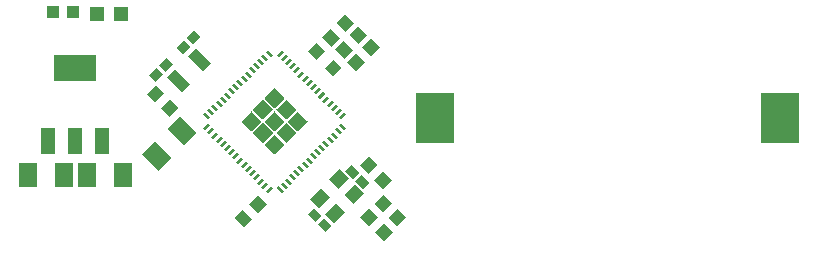
<source format=gtp>
G04 EAGLE Gerber RS-274X export*
G75*
%MOMM*%
%FSLAX34Y34*%
%LPD*%
%INTop Paste*%
%IPPOS*%
%AMOC8*
5,1,8,0,0,1.08239X$1,22.5*%
G01*
%ADD10R,0.240000X0.600000*%
%ADD11R,1.500000X2.000000*%
%ADD12R,1.050000X1.080000*%
%ADD13R,0.925000X0.740000*%
%ADD14R,1.000000X1.100000*%
%ADD15R,1.200000X1.200000*%
%ADD16R,1.000000X1.800000*%
%ADD17R,1.300000X1.100000*%
%ADD18R,1.219200X2.235200*%
%ADD19R,3.600000X2.200000*%
%ADD20R,3.302000X4.318000*%
%ADD21R,1.000000X1.000000*%

G36*
X676819Y523700D02*
X676819Y523700D01*
X676832Y523697D01*
X676925Y523706D01*
X676936Y523712D01*
X676949Y523711D01*
X677039Y523738D01*
X677048Y523746D01*
X677061Y523747D01*
X677144Y523791D01*
X677151Y523801D01*
X677164Y523805D01*
X677236Y523864D01*
X677239Y523870D01*
X677246Y523872D01*
X684987Y531614D01*
X684989Y531620D01*
X684995Y531623D01*
X685055Y531695D01*
X685058Y531707D01*
X685068Y531716D01*
X685112Y531798D01*
X685113Y531810D01*
X685122Y531821D01*
X685149Y531910D01*
X685148Y531922D01*
X685154Y531934D01*
X685163Y532027D01*
X685162Y532031D01*
X685162Y532033D01*
X685159Y532039D01*
X685163Y532052D01*
X685154Y532145D01*
X685148Y532156D01*
X685149Y532169D01*
X685122Y532259D01*
X685114Y532268D01*
X685112Y532281D01*
X685068Y532364D01*
X685059Y532371D01*
X685055Y532384D01*
X684995Y532456D01*
X684990Y532459D01*
X684987Y532466D01*
X677246Y540207D01*
X677240Y540209D01*
X677236Y540215D01*
X677164Y540275D01*
X677153Y540278D01*
X677144Y540288D01*
X677061Y540332D01*
X677049Y540333D01*
X677039Y540342D01*
X676949Y540369D01*
X676937Y540368D01*
X676925Y540374D01*
X676832Y540383D01*
X676821Y540379D01*
X676807Y540383D01*
X676715Y540374D01*
X676704Y540368D01*
X676690Y540369D01*
X676601Y540342D01*
X676592Y540334D01*
X676578Y540332D01*
X676496Y540288D01*
X676488Y540279D01*
X676475Y540275D01*
X676403Y540215D01*
X676400Y540210D01*
X676394Y540207D01*
X668652Y532466D01*
X668650Y532460D01*
X668644Y532456D01*
X668585Y532384D01*
X668582Y532373D01*
X668571Y532364D01*
X668527Y532281D01*
X668526Y532269D01*
X668518Y532259D01*
X668491Y532169D01*
X668492Y532157D01*
X668486Y532145D01*
X668477Y532052D01*
X668480Y532041D01*
X668477Y532027D01*
X668486Y531934D01*
X668492Y531924D01*
X668491Y531910D01*
X668518Y531821D01*
X668526Y531812D01*
X668527Y531798D01*
X668571Y531716D01*
X668581Y531708D01*
X668585Y531695D01*
X668644Y531623D01*
X668650Y531620D01*
X668652Y531614D01*
X676394Y523872D01*
X676400Y523870D01*
X676403Y523864D01*
X676475Y523805D01*
X676487Y523801D01*
X676496Y523791D01*
X676578Y523747D01*
X676590Y523746D01*
X676601Y523738D01*
X676690Y523711D01*
X676702Y523712D01*
X676715Y523706D01*
X676807Y523697D01*
X676819Y523700D01*
G37*
G36*
X657267Y523706D02*
X657267Y523706D01*
X657278Y523712D01*
X657292Y523711D01*
X657381Y523738D01*
X657390Y523746D01*
X657404Y523747D01*
X657486Y523791D01*
X657494Y523801D01*
X657507Y523805D01*
X657579Y523864D01*
X657582Y523870D01*
X657588Y523872D01*
X665329Y531614D01*
X665332Y531620D01*
X665338Y531623D01*
X665397Y531695D01*
X665400Y531707D01*
X665411Y531716D01*
X665455Y531798D01*
X665456Y531810D01*
X665464Y531821D01*
X665491Y531910D01*
X665490Y531922D01*
X665496Y531934D01*
X665505Y532027D01*
X665504Y532031D01*
X665505Y532033D01*
X665502Y532039D01*
X665505Y532052D01*
X665496Y532145D01*
X665490Y532156D01*
X665491Y532169D01*
X665464Y532259D01*
X665456Y532268D01*
X665455Y532281D01*
X665411Y532364D01*
X665401Y532371D01*
X665397Y532384D01*
X665338Y532456D01*
X665332Y532459D01*
X665329Y532466D01*
X657588Y540207D01*
X657582Y540209D01*
X657579Y540215D01*
X657507Y540275D01*
X657495Y540278D01*
X657486Y540288D01*
X657404Y540332D01*
X657392Y540333D01*
X657381Y540342D01*
X657292Y540369D01*
X657280Y540368D01*
X657267Y540374D01*
X657175Y540383D01*
X657163Y540379D01*
X657150Y540383D01*
X657057Y540374D01*
X657046Y540368D01*
X657033Y540369D01*
X656943Y540342D01*
X656934Y540334D01*
X656921Y540332D01*
X656838Y540288D01*
X656831Y540279D01*
X656818Y540274D01*
X656746Y540215D01*
X656743Y540210D01*
X656736Y540207D01*
X648995Y532466D01*
X648993Y532460D01*
X648987Y532456D01*
X648927Y532384D01*
X648924Y532373D01*
X648914Y532364D01*
X648870Y532281D01*
X648869Y532269D01*
X648860Y532259D01*
X648833Y532169D01*
X648834Y532157D01*
X648828Y532145D01*
X648819Y532052D01*
X648823Y532040D01*
X648819Y532027D01*
X648828Y531935D01*
X648834Y531924D01*
X648833Y531910D01*
X648860Y531821D01*
X648868Y531812D01*
X648870Y531798D01*
X648914Y531716D01*
X648923Y531708D01*
X648927Y531695D01*
X648987Y531623D01*
X648992Y531620D01*
X648995Y531614D01*
X656736Y523872D01*
X656742Y523870D01*
X656746Y523864D01*
X656818Y523805D01*
X656829Y523802D01*
X656838Y523791D01*
X656921Y523747D01*
X656933Y523746D01*
X656943Y523738D01*
X657033Y523711D01*
X657045Y523712D01*
X657057Y523706D01*
X657150Y523697D01*
X657161Y523700D01*
X657175Y523697D01*
X657267Y523706D01*
G37*
G36*
X676925Y543363D02*
X676925Y543363D01*
X676936Y543369D01*
X676949Y543368D01*
X677039Y543395D01*
X677048Y543403D01*
X677061Y543405D01*
X677144Y543449D01*
X677151Y543458D01*
X677164Y543462D01*
X677236Y543522D01*
X677239Y543527D01*
X677246Y543530D01*
X684987Y551271D01*
X684989Y551277D01*
X684995Y551281D01*
X685055Y551353D01*
X685058Y551364D01*
X685068Y551373D01*
X685112Y551456D01*
X685113Y551468D01*
X685122Y551478D01*
X685149Y551568D01*
X685148Y551580D01*
X685154Y551592D01*
X685163Y551685D01*
X685162Y551689D01*
X685162Y551690D01*
X685159Y551697D01*
X685163Y551710D01*
X685154Y551803D01*
X685148Y551813D01*
X685149Y551827D01*
X685122Y551916D01*
X685114Y551925D01*
X685112Y551939D01*
X685068Y552021D01*
X685059Y552029D01*
X685055Y552042D01*
X684995Y552114D01*
X684990Y552117D01*
X684987Y552123D01*
X677246Y559865D01*
X677240Y559867D01*
X677236Y559873D01*
X677164Y559932D01*
X677153Y559936D01*
X677144Y559946D01*
X677061Y559990D01*
X677049Y559991D01*
X677039Y559999D01*
X676949Y560026D01*
X676937Y560025D01*
X676925Y560031D01*
X676832Y560040D01*
X676820Y560037D01*
X676807Y560040D01*
X676715Y560031D01*
X676704Y560025D01*
X676690Y560026D01*
X676601Y559999D01*
X676592Y559991D01*
X676578Y559990D01*
X676496Y559946D01*
X676488Y559936D01*
X676475Y559932D01*
X676403Y559873D01*
X676400Y559867D01*
X676394Y559865D01*
X668652Y552123D01*
X668650Y552117D01*
X668644Y552114D01*
X668585Y552042D01*
X668582Y552030D01*
X668571Y552021D01*
X668527Y551939D01*
X668526Y551927D01*
X668518Y551916D01*
X668491Y551827D01*
X668492Y551815D01*
X668486Y551803D01*
X668477Y551710D01*
X668480Y551698D01*
X668477Y551685D01*
X668486Y551592D01*
X668492Y551581D01*
X668491Y551568D01*
X668518Y551478D01*
X668526Y551469D01*
X668527Y551456D01*
X668571Y551373D01*
X668581Y551366D01*
X668585Y551353D01*
X668644Y551281D01*
X668650Y551278D01*
X668652Y551271D01*
X676394Y543530D01*
X676400Y543528D01*
X676403Y543522D01*
X676475Y543462D01*
X676487Y543459D01*
X676496Y543449D01*
X676578Y543405D01*
X676590Y543404D01*
X676601Y543395D01*
X676690Y543368D01*
X676702Y543370D01*
X676714Y543363D01*
X676807Y543354D01*
X676819Y543358D01*
X676832Y543354D01*
X676925Y543363D01*
G37*
G36*
X696583Y523706D02*
X696583Y523706D01*
X696593Y523712D01*
X696607Y523711D01*
X696696Y523738D01*
X696706Y523746D01*
X696719Y523747D01*
X696801Y523791D01*
X696809Y523801D01*
X696822Y523805D01*
X696894Y523864D01*
X696897Y523870D01*
X696903Y523872D01*
X704645Y531614D01*
X704647Y531620D01*
X704653Y531623D01*
X704712Y531695D01*
X704716Y531707D01*
X704726Y531716D01*
X704770Y531798D01*
X704771Y531810D01*
X704779Y531821D01*
X704806Y531910D01*
X704805Y531922D01*
X704811Y531935D01*
X704820Y532027D01*
X704819Y532031D01*
X704820Y532033D01*
X704817Y532039D01*
X704820Y532052D01*
X704811Y532145D01*
X704805Y532156D01*
X704806Y532169D01*
X704779Y532259D01*
X704771Y532268D01*
X704770Y532281D01*
X704726Y532364D01*
X704716Y532371D01*
X704712Y532384D01*
X704653Y532456D01*
X704647Y532459D01*
X704645Y532466D01*
X696903Y540207D01*
X696897Y540209D01*
X696894Y540215D01*
X696822Y540274D01*
X696810Y540278D01*
X696801Y540288D01*
X696719Y540332D01*
X696707Y540333D01*
X696696Y540342D01*
X696607Y540369D01*
X696595Y540368D01*
X696583Y540374D01*
X696490Y540383D01*
X696478Y540379D01*
X696465Y540383D01*
X696372Y540374D01*
X696361Y540368D01*
X696348Y540369D01*
X696259Y540342D01*
X696249Y540334D01*
X696236Y540332D01*
X696153Y540288D01*
X696146Y540279D01*
X696133Y540275D01*
X696061Y540215D01*
X696058Y540210D01*
X696051Y540207D01*
X688310Y532466D01*
X688308Y532460D01*
X688302Y532456D01*
X688243Y532384D01*
X688239Y532372D01*
X688229Y532364D01*
X688185Y532281D01*
X688184Y532269D01*
X688175Y532259D01*
X688148Y532169D01*
X688150Y532157D01*
X688143Y532145D01*
X688134Y532052D01*
X688138Y532040D01*
X688134Y532027D01*
X688143Y531934D01*
X688149Y531924D01*
X688148Y531910D01*
X688175Y531821D01*
X688183Y531812D01*
X688185Y531798D01*
X688229Y531716D01*
X688238Y531708D01*
X688243Y531695D01*
X688302Y531623D01*
X688307Y531620D01*
X688310Y531614D01*
X696051Y523872D01*
X696057Y523870D01*
X696061Y523864D01*
X696133Y523805D01*
X696145Y523801D01*
X696153Y523791D01*
X696236Y523747D01*
X696248Y523746D01*
X696259Y523738D01*
X696348Y523711D01*
X696360Y523712D01*
X696372Y523706D01*
X696465Y523697D01*
X696477Y523700D01*
X696490Y523697D01*
X696583Y523706D01*
G37*
G36*
X676925Y504048D02*
X676925Y504048D01*
X676936Y504054D01*
X676949Y504053D01*
X677039Y504080D01*
X677048Y504088D01*
X677061Y504090D01*
X677144Y504134D01*
X677151Y504143D01*
X677164Y504147D01*
X677236Y504207D01*
X677239Y504212D01*
X677246Y504215D01*
X684987Y511956D01*
X684989Y511962D01*
X684995Y511965D01*
X685055Y512038D01*
X685058Y512049D01*
X685068Y512058D01*
X685112Y512140D01*
X685113Y512153D01*
X685122Y512163D01*
X685149Y512253D01*
X685148Y512265D01*
X685154Y512277D01*
X685163Y512370D01*
X685162Y512374D01*
X685162Y512375D01*
X685159Y512382D01*
X685163Y512395D01*
X685154Y512487D01*
X685148Y512498D01*
X685149Y512512D01*
X685122Y512601D01*
X685114Y512610D01*
X685112Y512624D01*
X685068Y512706D01*
X685059Y512714D01*
X685055Y512727D01*
X684995Y512799D01*
X684990Y512802D01*
X684987Y512808D01*
X677246Y520549D01*
X677240Y520552D01*
X677236Y520558D01*
X677164Y520617D01*
X677153Y520620D01*
X677144Y520631D01*
X677061Y520675D01*
X677049Y520676D01*
X677039Y520684D01*
X676949Y520711D01*
X676937Y520710D01*
X676925Y520716D01*
X676832Y520725D01*
X676820Y520722D01*
X676807Y520725D01*
X676714Y520716D01*
X676704Y520710D01*
X676690Y520711D01*
X676601Y520684D01*
X676592Y520676D01*
X676578Y520675D01*
X676496Y520631D01*
X676488Y520621D01*
X676475Y520617D01*
X676403Y520558D01*
X676400Y520552D01*
X676394Y520549D01*
X668652Y512808D01*
X668650Y512802D01*
X668644Y512799D01*
X668585Y512727D01*
X668582Y512715D01*
X668571Y512706D01*
X668527Y512624D01*
X668526Y512612D01*
X668518Y512601D01*
X668491Y512512D01*
X668492Y512500D01*
X668486Y512487D01*
X668477Y512395D01*
X668480Y512383D01*
X668477Y512370D01*
X668486Y512277D01*
X668492Y512266D01*
X668491Y512253D01*
X668518Y512163D01*
X668526Y512154D01*
X668527Y512140D01*
X668571Y512058D01*
X668581Y512051D01*
X668585Y512038D01*
X668644Y511965D01*
X668650Y511963D01*
X668652Y511956D01*
X676394Y504215D01*
X676400Y504213D01*
X676403Y504207D01*
X676475Y504147D01*
X676487Y504144D01*
X676496Y504134D01*
X676578Y504090D01*
X676590Y504089D01*
X676601Y504080D01*
X676690Y504053D01*
X676702Y504054D01*
X676715Y504048D01*
X676807Y504039D01*
X676819Y504043D01*
X676832Y504039D01*
X676925Y504048D01*
G37*
G36*
X667096Y513877D02*
X667096Y513877D01*
X667107Y513883D01*
X667120Y513882D01*
X667210Y513909D01*
X667219Y513917D01*
X667233Y513918D01*
X667315Y513962D01*
X667323Y513972D01*
X667335Y513976D01*
X667408Y514035D01*
X667411Y514041D01*
X667417Y514044D01*
X675158Y521785D01*
X675161Y521791D01*
X675167Y521794D01*
X675226Y521866D01*
X675229Y521878D01*
X675239Y521887D01*
X675283Y521969D01*
X675285Y521981D01*
X675293Y521992D01*
X675320Y522081D01*
X675319Y522094D01*
X675325Y522106D01*
X675334Y522198D01*
X675333Y522202D01*
X675333Y522204D01*
X675330Y522210D01*
X675334Y522223D01*
X675325Y522316D01*
X675319Y522327D01*
X675320Y522340D01*
X675293Y522430D01*
X675285Y522439D01*
X675283Y522453D01*
X675239Y522535D01*
X675230Y522543D01*
X675226Y522555D01*
X675167Y522628D01*
X675161Y522630D01*
X675158Y522637D01*
X667417Y530378D01*
X667411Y530381D01*
X667408Y530387D01*
X667335Y530446D01*
X667324Y530449D01*
X667315Y530459D01*
X667233Y530503D01*
X667220Y530505D01*
X667210Y530513D01*
X667120Y530540D01*
X667108Y530539D01*
X667096Y530545D01*
X667003Y530554D01*
X666992Y530550D01*
X666979Y530554D01*
X666886Y530545D01*
X666875Y530539D01*
X666861Y530540D01*
X666772Y530513D01*
X666763Y530505D01*
X666749Y530503D01*
X666667Y530459D01*
X666659Y530450D01*
X666646Y530446D01*
X666574Y530387D01*
X666571Y530381D01*
X666565Y530378D01*
X658824Y522637D01*
X658821Y522631D01*
X658815Y522628D01*
X658756Y522555D01*
X658753Y522544D01*
X658742Y522535D01*
X658698Y522453D01*
X658697Y522440D01*
X658689Y522430D01*
X658662Y522340D01*
X658663Y522328D01*
X658657Y522316D01*
X658648Y522223D01*
X658652Y522212D01*
X658648Y522199D01*
X658657Y522106D01*
X658663Y522095D01*
X658662Y522081D01*
X658689Y521992D01*
X658697Y521983D01*
X658698Y521969D01*
X658742Y521887D01*
X658752Y521879D01*
X658756Y521866D01*
X658815Y521794D01*
X658821Y521791D01*
X658824Y521785D01*
X666565Y514044D01*
X666571Y514041D01*
X666574Y514035D01*
X666646Y513976D01*
X666658Y513973D01*
X666667Y513962D01*
X666749Y513918D01*
X666761Y513917D01*
X666772Y513909D01*
X666861Y513882D01*
X666874Y513883D01*
X666886Y513877D01*
X666979Y513868D01*
X666990Y513872D01*
X667003Y513868D01*
X667096Y513877D01*
G37*
G36*
X667096Y533535D02*
X667096Y533535D01*
X667107Y533540D01*
X667120Y533539D01*
X667210Y533567D01*
X667219Y533574D01*
X667233Y533576D01*
X667315Y533620D01*
X667323Y533629D01*
X667335Y533634D01*
X667408Y533693D01*
X667411Y533698D01*
X667417Y533701D01*
X675158Y541443D01*
X675161Y541448D01*
X675167Y541452D01*
X675226Y541524D01*
X675229Y541536D01*
X675239Y541545D01*
X675283Y541627D01*
X675285Y541639D01*
X675293Y541650D01*
X675320Y541739D01*
X675319Y541751D01*
X675325Y541763D01*
X675334Y541856D01*
X675333Y541860D01*
X675333Y541861D01*
X675330Y541868D01*
X675334Y541881D01*
X675325Y541974D01*
X675319Y541985D01*
X675320Y541998D01*
X675293Y542087D01*
X675285Y542097D01*
X675283Y542110D01*
X675239Y542192D01*
X675230Y542200D01*
X675226Y542213D01*
X675167Y542285D01*
X675161Y542288D01*
X675158Y542294D01*
X667417Y550036D01*
X667411Y550038D01*
X667408Y550044D01*
X667335Y550103D01*
X667324Y550107D01*
X667315Y550117D01*
X667233Y550161D01*
X667220Y550162D01*
X667210Y550170D01*
X667120Y550198D01*
X667108Y550196D01*
X667096Y550202D01*
X667003Y550212D01*
X666992Y550208D01*
X666979Y550212D01*
X666886Y550202D01*
X666875Y550197D01*
X666861Y550198D01*
X666772Y550170D01*
X666763Y550163D01*
X666749Y550161D01*
X666667Y550117D01*
X666659Y550108D01*
X666646Y550103D01*
X666574Y550044D01*
X666571Y550039D01*
X666565Y550036D01*
X658824Y542294D01*
X658821Y542289D01*
X658815Y542285D01*
X658756Y542213D01*
X658753Y542201D01*
X658742Y542192D01*
X658698Y542110D01*
X658697Y542098D01*
X658689Y542087D01*
X658662Y541998D01*
X658663Y541986D01*
X658657Y541974D01*
X658648Y541881D01*
X658652Y541869D01*
X658648Y541856D01*
X658657Y541763D01*
X658663Y541753D01*
X658662Y541739D01*
X658689Y541650D01*
X658697Y541640D01*
X658698Y541627D01*
X658742Y541545D01*
X658752Y541537D01*
X658756Y541524D01*
X658815Y541452D01*
X658821Y541449D01*
X658824Y541443D01*
X666565Y533701D01*
X666571Y533699D01*
X666574Y533693D01*
X666646Y533634D01*
X666658Y533630D01*
X666667Y533620D01*
X666749Y533576D01*
X666761Y533575D01*
X666772Y533567D01*
X666861Y533539D01*
X666874Y533541D01*
X666886Y533535D01*
X666979Y533525D01*
X666990Y533529D01*
X667003Y533525D01*
X667096Y533535D01*
G37*
G36*
X686754Y533535D02*
X686754Y533535D01*
X686765Y533540D01*
X686778Y533539D01*
X686867Y533567D01*
X686877Y533574D01*
X686890Y533576D01*
X686972Y533620D01*
X686980Y533629D01*
X686993Y533634D01*
X687065Y533693D01*
X687068Y533698D01*
X687074Y533701D01*
X694816Y541443D01*
X694818Y541448D01*
X694824Y541452D01*
X694883Y541524D01*
X694887Y541536D01*
X694897Y541545D01*
X694941Y541627D01*
X694942Y541639D01*
X694951Y541650D01*
X694978Y541739D01*
X694976Y541751D01*
X694982Y541763D01*
X694992Y541856D01*
X694990Y541860D01*
X694991Y541861D01*
X694988Y541868D01*
X694992Y541881D01*
X694982Y541974D01*
X694977Y541984D01*
X694978Y541998D01*
X694951Y542087D01*
X694943Y542097D01*
X694941Y542110D01*
X694897Y542192D01*
X694888Y542200D01*
X694883Y542213D01*
X694824Y542285D01*
X694819Y542288D01*
X694816Y542294D01*
X687074Y550036D01*
X687069Y550038D01*
X687065Y550044D01*
X686993Y550103D01*
X686981Y550107D01*
X686972Y550117D01*
X686890Y550161D01*
X686878Y550162D01*
X686867Y550170D01*
X686778Y550198D01*
X686766Y550196D01*
X686754Y550202D01*
X686661Y550212D01*
X686649Y550208D01*
X686636Y550212D01*
X686543Y550202D01*
X686533Y550197D01*
X686519Y550198D01*
X686430Y550170D01*
X686420Y550163D01*
X686407Y550161D01*
X686325Y550117D01*
X686317Y550108D01*
X686304Y550103D01*
X686232Y550044D01*
X686229Y550039D01*
X686223Y550036D01*
X678481Y542294D01*
X678479Y542289D01*
X678473Y542285D01*
X678414Y542213D01*
X678410Y542201D01*
X678400Y542192D01*
X678356Y542110D01*
X678355Y542098D01*
X678347Y542087D01*
X678319Y541998D01*
X678321Y541986D01*
X678315Y541974D01*
X678305Y541881D01*
X678309Y541869D01*
X678305Y541856D01*
X678315Y541763D01*
X678320Y541753D01*
X678319Y541739D01*
X678347Y541650D01*
X678354Y541640D01*
X678356Y541627D01*
X678400Y541545D01*
X678409Y541537D01*
X678414Y541524D01*
X678473Y541452D01*
X678478Y541449D01*
X678481Y541443D01*
X686223Y533701D01*
X686229Y533699D01*
X686232Y533693D01*
X686304Y533634D01*
X686316Y533630D01*
X686325Y533620D01*
X686407Y533576D01*
X686419Y533575D01*
X686430Y533567D01*
X686519Y533539D01*
X686531Y533541D01*
X686543Y533535D01*
X686636Y533525D01*
X686648Y533529D01*
X686661Y533525D01*
X686754Y533535D01*
G37*
G36*
X686754Y513877D02*
X686754Y513877D01*
X686765Y513883D01*
X686778Y513882D01*
X686867Y513909D01*
X686877Y513917D01*
X686890Y513918D01*
X686972Y513962D01*
X686980Y513972D01*
X686993Y513976D01*
X687065Y514035D01*
X687068Y514041D01*
X687074Y514044D01*
X694816Y521785D01*
X694818Y521791D01*
X694824Y521794D01*
X694883Y521866D01*
X694887Y521878D01*
X694897Y521887D01*
X694941Y521969D01*
X694942Y521981D01*
X694951Y521992D01*
X694978Y522081D01*
X694976Y522094D01*
X694982Y522106D01*
X694992Y522199D01*
X694990Y522202D01*
X694991Y522204D01*
X694988Y522210D01*
X694992Y522223D01*
X694982Y522316D01*
X694977Y522327D01*
X694978Y522340D01*
X694951Y522430D01*
X694943Y522439D01*
X694941Y522453D01*
X694897Y522535D01*
X694888Y522543D01*
X694883Y522555D01*
X694824Y522628D01*
X694819Y522631D01*
X694816Y522637D01*
X687074Y530378D01*
X687069Y530381D01*
X687065Y530387D01*
X686993Y530446D01*
X686981Y530449D01*
X686972Y530459D01*
X686890Y530503D01*
X686878Y530505D01*
X686867Y530513D01*
X686778Y530540D01*
X686766Y530539D01*
X686754Y530545D01*
X686661Y530554D01*
X686649Y530550D01*
X686636Y530554D01*
X686543Y530545D01*
X686533Y530539D01*
X686519Y530540D01*
X686430Y530513D01*
X686420Y530505D01*
X686407Y530503D01*
X686325Y530459D01*
X686317Y530450D01*
X686304Y530446D01*
X686232Y530387D01*
X686229Y530381D01*
X686223Y530378D01*
X678481Y522637D01*
X678479Y522631D01*
X678473Y522628D01*
X678414Y522555D01*
X678410Y522544D01*
X678400Y522535D01*
X678356Y522453D01*
X678355Y522440D01*
X678347Y522430D01*
X678319Y522340D01*
X678321Y522328D01*
X678315Y522316D01*
X678305Y522223D01*
X678309Y522212D01*
X678305Y522198D01*
X678315Y522106D01*
X678320Y522095D01*
X678319Y522081D01*
X678347Y521992D01*
X678354Y521983D01*
X678356Y521969D01*
X678400Y521887D01*
X678409Y521879D01*
X678414Y521866D01*
X678473Y521794D01*
X678478Y521791D01*
X678481Y521785D01*
X686223Y514044D01*
X686228Y514041D01*
X686232Y514035D01*
X686304Y513976D01*
X686316Y513973D01*
X686325Y513962D01*
X686407Y513918D01*
X686419Y513917D01*
X686430Y513909D01*
X686519Y513882D01*
X686531Y513883D01*
X686543Y513877D01*
X686636Y513868D01*
X686648Y513872D01*
X686661Y513868D01*
X686754Y513877D01*
G37*
D10*
G36*
X735721Y539605D02*
X737418Y537908D01*
X733177Y533667D01*
X731480Y535364D01*
X735721Y539605D01*
G37*
G36*
X732185Y543140D02*
X733882Y541443D01*
X729641Y537202D01*
X727944Y538899D01*
X732185Y543140D01*
G37*
G36*
X728650Y546676D02*
X730347Y544979D01*
X726106Y540738D01*
X724409Y542435D01*
X728650Y546676D01*
G37*
G36*
X725114Y550212D02*
X726811Y548515D01*
X722570Y544274D01*
X720873Y545971D01*
X725114Y550212D01*
G37*
G36*
X721579Y553747D02*
X723276Y552050D01*
X719035Y547809D01*
X717338Y549506D01*
X721579Y553747D01*
G37*
G36*
X718043Y557283D02*
X719740Y555586D01*
X715499Y551345D01*
X713802Y553042D01*
X718043Y557283D01*
G37*
G36*
X714508Y560818D02*
X716205Y559121D01*
X711964Y554880D01*
X710267Y556577D01*
X714508Y560818D01*
G37*
G36*
X710972Y564354D02*
X712669Y562657D01*
X708428Y558416D01*
X706731Y560113D01*
X710972Y564354D01*
G37*
G36*
X707437Y567889D02*
X709134Y566192D01*
X704893Y561951D01*
X703196Y563648D01*
X707437Y567889D01*
G37*
G36*
X703901Y571425D02*
X705598Y569728D01*
X701357Y565487D01*
X699660Y567184D01*
X703901Y571425D01*
G37*
G36*
X700366Y574960D02*
X702063Y573263D01*
X697822Y569022D01*
X696125Y570719D01*
X700366Y574960D01*
G37*
G36*
X696830Y578496D02*
X698527Y576799D01*
X694286Y572558D01*
X692589Y574255D01*
X696830Y578496D01*
G37*
G36*
X693295Y582031D02*
X694992Y580334D01*
X690751Y576093D01*
X689054Y577790D01*
X693295Y582031D01*
G37*
G36*
X689759Y585567D02*
X691456Y583870D01*
X687215Y579629D01*
X685518Y581326D01*
X689759Y585567D01*
G37*
G36*
X686223Y589102D02*
X687920Y587405D01*
X683679Y583164D01*
X681982Y584861D01*
X686223Y589102D01*
G37*
G36*
X682688Y592638D02*
X684385Y590941D01*
X680144Y586700D01*
X678447Y588397D01*
X682688Y592638D01*
G37*
G36*
X675199Y588404D02*
X673502Y586707D01*
X669261Y590948D01*
X670958Y592645D01*
X675199Y588404D01*
G37*
G36*
X671663Y584867D02*
X669966Y583170D01*
X665725Y587411D01*
X667422Y589108D01*
X671663Y584867D01*
G37*
G36*
X668126Y581331D02*
X666429Y579634D01*
X662188Y583875D01*
X663885Y585572D01*
X668126Y581331D01*
G37*
G36*
X664590Y577794D02*
X662893Y576097D01*
X658652Y580338D01*
X660349Y582035D01*
X664590Y577794D01*
G37*
G36*
X661054Y574258D02*
X659357Y572561D01*
X655116Y576802D01*
X656813Y578499D01*
X661054Y574258D01*
G37*
G36*
X657517Y570721D02*
X655820Y569024D01*
X651579Y573265D01*
X653276Y574962D01*
X657517Y570721D01*
G37*
G36*
X653981Y567185D02*
X652284Y565488D01*
X648043Y569729D01*
X649740Y571426D01*
X653981Y567185D01*
G37*
G36*
X650444Y563649D02*
X648747Y561952D01*
X644506Y566193D01*
X646203Y567890D01*
X650444Y563649D01*
G37*
G36*
X646908Y560112D02*
X645211Y558415D01*
X640970Y562656D01*
X642667Y564353D01*
X646908Y560112D01*
G37*
G36*
X643371Y556576D02*
X641674Y554879D01*
X637433Y559120D01*
X639130Y560817D01*
X643371Y556576D01*
G37*
G36*
X639835Y553039D02*
X638138Y551342D01*
X633897Y555583D01*
X635594Y557280D01*
X639835Y553039D01*
G37*
G36*
X636299Y549503D02*
X634602Y547806D01*
X630361Y552047D01*
X632058Y553744D01*
X636299Y549503D01*
G37*
G36*
X632762Y545967D02*
X631065Y544270D01*
X626824Y548511D01*
X628521Y550208D01*
X632762Y545967D01*
G37*
G36*
X629226Y542430D02*
X627529Y540733D01*
X623288Y544974D01*
X624985Y546671D01*
X629226Y542430D01*
G37*
G36*
X625689Y538894D02*
X623992Y537197D01*
X619751Y541438D01*
X621448Y543135D01*
X625689Y538894D01*
G37*
G36*
X622153Y535357D02*
X620456Y533660D01*
X616215Y537901D01*
X617912Y539598D01*
X622153Y535357D01*
G37*
G36*
X620463Y530413D02*
X622160Y528716D01*
X617919Y524475D01*
X616222Y526172D01*
X620463Y530413D01*
G37*
G36*
X623998Y526877D02*
X625695Y525180D01*
X621454Y520939D01*
X619757Y522636D01*
X623998Y526877D01*
G37*
G36*
X627534Y523341D02*
X629231Y521644D01*
X624990Y517403D01*
X623293Y519100D01*
X627534Y523341D01*
G37*
G36*
X631069Y519806D02*
X632766Y518109D01*
X628525Y513868D01*
X626828Y515565D01*
X631069Y519806D01*
G37*
G36*
X634605Y516270D02*
X636302Y514573D01*
X632061Y510332D01*
X630364Y512029D01*
X634605Y516270D01*
G37*
G36*
X638140Y512735D02*
X639837Y511038D01*
X635596Y506797D01*
X633899Y508494D01*
X638140Y512735D01*
G37*
G36*
X641676Y509199D02*
X643373Y507502D01*
X639132Y503261D01*
X637435Y504958D01*
X641676Y509199D01*
G37*
G36*
X645211Y505664D02*
X646908Y503967D01*
X642667Y499726D01*
X640970Y501423D01*
X645211Y505664D01*
G37*
G36*
X648747Y502128D02*
X650444Y500431D01*
X646203Y496190D01*
X644506Y497887D01*
X648747Y502128D01*
G37*
G36*
X652282Y498593D02*
X653979Y496896D01*
X649738Y492655D01*
X648041Y494352D01*
X652282Y498593D01*
G37*
G36*
X655818Y495057D02*
X657515Y493360D01*
X653274Y489119D01*
X651577Y490816D01*
X655818Y495057D01*
G37*
G36*
X659353Y491522D02*
X661050Y489825D01*
X656809Y485584D01*
X655112Y487281D01*
X659353Y491522D01*
G37*
G36*
X662889Y487986D02*
X664586Y486289D01*
X660345Y482048D01*
X658648Y483745D01*
X662889Y487986D01*
G37*
G36*
X666424Y484451D02*
X668121Y482754D01*
X663880Y478513D01*
X662183Y480210D01*
X666424Y484451D01*
G37*
G36*
X669960Y480915D02*
X671657Y479218D01*
X667416Y474977D01*
X665719Y476674D01*
X669960Y480915D01*
G37*
G36*
X673496Y477380D02*
X675193Y475683D01*
X670952Y471442D01*
X669255Y473139D01*
X673496Y477380D01*
G37*
G36*
X684378Y473132D02*
X682681Y471435D01*
X678440Y475676D01*
X680137Y477373D01*
X684378Y473132D01*
G37*
G36*
X687915Y476668D02*
X686218Y474971D01*
X681977Y479212D01*
X683674Y480909D01*
X687915Y476668D01*
G37*
G36*
X691451Y480205D02*
X689754Y478508D01*
X685513Y482749D01*
X687210Y484446D01*
X691451Y480205D01*
G37*
G36*
X694988Y483741D02*
X693291Y482044D01*
X689050Y486285D01*
X690747Y487982D01*
X694988Y483741D01*
G37*
G36*
X698524Y487278D02*
X696827Y485581D01*
X692586Y489822D01*
X694283Y491519D01*
X698524Y487278D01*
G37*
G36*
X702060Y490814D02*
X700363Y489117D01*
X696122Y493358D01*
X697819Y495055D01*
X702060Y490814D01*
G37*
G36*
X705597Y494350D02*
X703900Y492653D01*
X699659Y496894D01*
X701356Y498591D01*
X705597Y494350D01*
G37*
G36*
X709133Y497887D02*
X707436Y496190D01*
X703195Y500431D01*
X704892Y502128D01*
X709133Y497887D01*
G37*
G36*
X712670Y501423D02*
X710973Y499726D01*
X706732Y503967D01*
X708429Y505664D01*
X712670Y501423D01*
G37*
G36*
X716206Y504960D02*
X714509Y503263D01*
X710268Y507504D01*
X711965Y509201D01*
X716206Y504960D01*
G37*
G36*
X719743Y508496D02*
X718046Y506799D01*
X713805Y511040D01*
X715502Y512737D01*
X719743Y508496D01*
G37*
G36*
X723279Y512033D02*
X721582Y510336D01*
X717341Y514577D01*
X719038Y516274D01*
X723279Y512033D01*
G37*
G36*
X726815Y515569D02*
X725118Y513872D01*
X720877Y518113D01*
X722574Y519810D01*
X726815Y515569D01*
G37*
G36*
X730352Y519105D02*
X728655Y517408D01*
X724414Y521649D01*
X726111Y523346D01*
X730352Y519105D01*
G37*
G36*
X733888Y522642D02*
X732191Y520945D01*
X727950Y525186D01*
X729647Y526883D01*
X733888Y522642D01*
G37*
G36*
X737425Y526178D02*
X735728Y524481D01*
X731487Y528722D01*
X733184Y530419D01*
X737425Y526178D01*
G37*
D11*
G36*
X585989Y525708D02*
X596596Y536315D01*
X610737Y522174D01*
X600130Y511567D01*
X585989Y525708D01*
G37*
G36*
X564775Y504494D02*
X575382Y515101D01*
X589523Y500960D01*
X578916Y490353D01*
X564775Y504494D01*
G37*
D12*
G36*
X655247Y462223D02*
X662671Y469647D01*
X670307Y462011D01*
X662883Y454587D01*
X655247Y462223D01*
G37*
G36*
X642873Y449849D02*
X650297Y457273D01*
X657933Y449637D01*
X650509Y442213D01*
X642873Y449849D01*
G37*
G36*
X743023Y592639D02*
X735599Y585215D01*
X727963Y592851D01*
X735387Y600275D01*
X743023Y592639D01*
G37*
G36*
X755397Y605013D02*
X747973Y597589D01*
X740337Y605225D01*
X747761Y612649D01*
X755397Y605013D01*
G37*
D13*
G36*
X602369Y602521D02*
X608909Y609061D01*
X614141Y603829D01*
X607601Y597289D01*
X602369Y602521D01*
G37*
G36*
X593883Y594035D02*
X600423Y600575D01*
X605655Y595343D01*
X599115Y588803D01*
X593883Y594035D01*
G37*
G36*
X582541Y572229D02*
X576001Y565689D01*
X570769Y570921D01*
X577309Y577461D01*
X582541Y572229D01*
G37*
G36*
X591027Y580715D02*
X584487Y574175D01*
X579255Y579407D01*
X585795Y585947D01*
X591027Y580715D01*
G37*
D12*
G36*
X756723Y443429D02*
X749299Y450853D01*
X756935Y458489D01*
X764359Y451065D01*
X756723Y443429D01*
G37*
G36*
X769097Y431055D02*
X761673Y438479D01*
X769309Y446115D01*
X776733Y438691D01*
X769097Y431055D01*
G37*
D14*
G36*
X768219Y455142D02*
X761148Y462213D01*
X768925Y469990D01*
X775996Y462919D01*
X768219Y455142D01*
G37*
G36*
X780239Y443122D02*
X773168Y450193D01*
X780945Y457970D01*
X788016Y450899D01*
X780239Y443122D01*
G37*
D15*
X547202Y623316D03*
X526202Y623316D03*
D14*
X488832Y624332D03*
X505832Y624332D03*
D16*
G36*
X603460Y586977D02*
X610531Y594048D01*
X623258Y581321D01*
X616187Y574250D01*
X603460Y586977D01*
G37*
G36*
X585782Y569299D02*
X592853Y576370D01*
X605580Y563643D01*
X598509Y556572D01*
X585782Y569299D01*
G37*
D17*
G36*
X723867Y467941D02*
X714675Y458749D01*
X706897Y466527D01*
X716089Y475719D01*
X723867Y467941D01*
G37*
G36*
X752859Y471477D02*
X743667Y462285D01*
X735889Y470063D01*
X745081Y479255D01*
X752859Y471477D01*
G37*
G36*
X740131Y484205D02*
X730939Y475013D01*
X723161Y482791D01*
X732353Y491983D01*
X740131Y484205D01*
G37*
G36*
X736595Y455213D02*
X727403Y446021D01*
X719625Y453799D01*
X728817Y462991D01*
X736595Y455213D01*
G37*
D13*
G36*
X718599Y449953D02*
X725139Y443413D01*
X719907Y438181D01*
X713367Y444721D01*
X718599Y449953D01*
G37*
G36*
X710113Y458439D02*
X716653Y451899D01*
X711421Y446667D01*
X704881Y453207D01*
X710113Y458439D01*
G37*
G36*
X743307Y483379D02*
X736767Y489919D01*
X741999Y495151D01*
X748539Y488611D01*
X743307Y483379D01*
G37*
G36*
X751793Y474893D02*
X745253Y481433D01*
X750485Y486665D01*
X757025Y480125D01*
X751793Y474893D01*
G37*
D18*
X484886Y515112D03*
X508000Y515112D03*
X531114Y515112D03*
D19*
X508000Y577090D03*
D11*
X548400Y486410D03*
X518400Y486410D03*
X498362Y486410D03*
X468362Y486410D03*
D14*
G36*
X575651Y547870D02*
X568580Y554941D01*
X576357Y562718D01*
X583428Y555647D01*
X575651Y547870D01*
G37*
G36*
X587671Y535850D02*
X580600Y542921D01*
X588377Y550698D01*
X595448Y543627D01*
X587671Y535850D01*
G37*
D12*
G36*
X732083Y602799D02*
X724659Y595375D01*
X717023Y603011D01*
X724447Y610435D01*
X732083Y602799D01*
G37*
G36*
X744457Y615173D02*
X737033Y607749D01*
X729397Y615385D01*
X736821Y622809D01*
X744457Y615173D01*
G37*
D20*
X1104900Y534670D03*
X812800Y534670D03*
D12*
G36*
X756215Y487353D02*
X748791Y494777D01*
X756427Y502413D01*
X763851Y494989D01*
X756215Y487353D01*
G37*
G36*
X768589Y474979D02*
X761165Y482403D01*
X768801Y490039D01*
X776225Y482615D01*
X768589Y474979D01*
G37*
G36*
X753301Y582361D02*
X745877Y574937D01*
X738241Y582573D01*
X745665Y589997D01*
X753301Y582361D01*
G37*
G36*
X765675Y594735D02*
X758251Y587311D01*
X750615Y594947D01*
X758039Y602371D01*
X765675Y594735D01*
G37*
D21*
G36*
X712275Y584200D02*
X705204Y591271D01*
X712275Y598342D01*
X719346Y591271D01*
X712275Y584200D01*
G37*
G36*
X726417Y570058D02*
X719346Y577129D01*
X726417Y584200D01*
X733488Y577129D01*
X726417Y570058D01*
G37*
M02*

</source>
